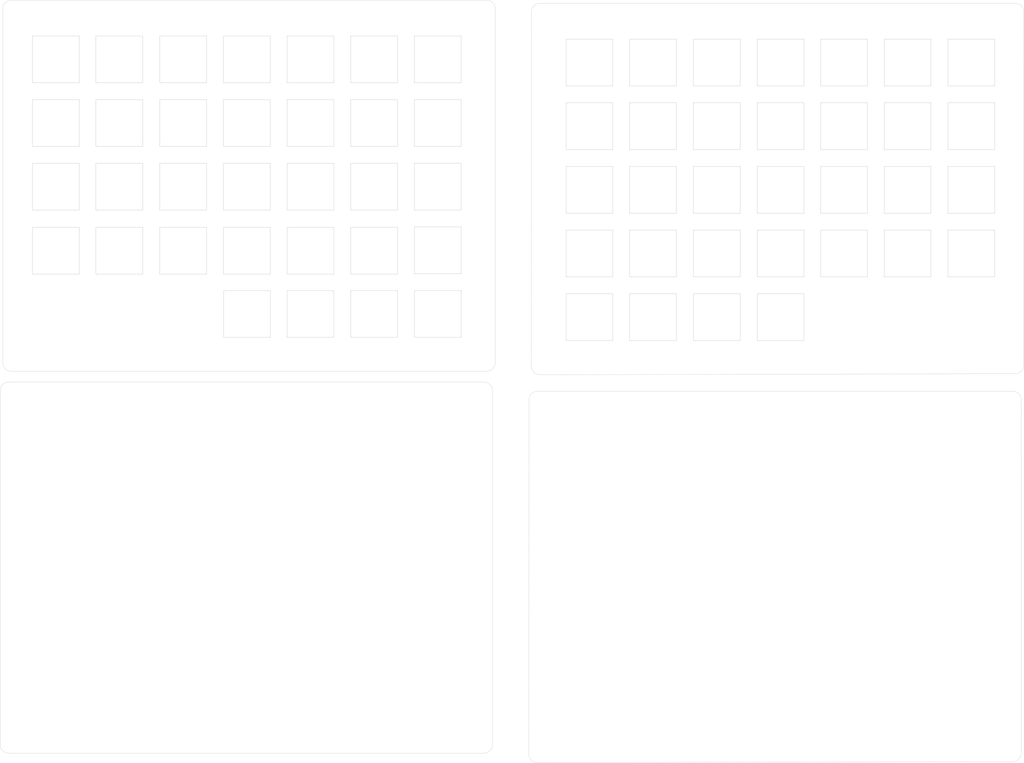
<source format=kicad_pcb>
(kicad_pcb (version 20221018) (generator pcbnew)
  (layers (0 "F.Cu" signal) (31 "B.Cu" signal) (34 "B.Paste" user) (35 "F.Paste" user) (36 "B.SilkS" user "B.Silkscreen") (37 "F.SilkS" user "F.Silkscreen") (38 "B.Mask" user) (39 "F.Mask" user) (44 "Edge.Cuts" user))
  (net 0 "")
  (footprint "keyboard_parts:m3_Screw_Hole" (layer "F.Cu") (at 171.22 239.06)
    (fp_text reference "REF**" hide)
    (fp_text value "m3_Screw_Hole" hide)
    (pad "" np_thru_hole circle (at 0 0) (size 3.6 3.6) (drill 3.6) (layers "*.Cu" "*.Mask"))
  )
  (footprint "foostan:SW_Hole" (layer "F.Cu") (at 301.255003 37.143965)
    (fp_text reference "SW13" hide)
    (fp_text value "SW_Push" hide)
    (fp_line (start -7 -7) (end -7 7) (stroke (width 0.12)) (layer "Edge.Cuts"))
    (fp_line (start -7 7) (end 7 7) (stroke (width 0.12)) (layer "Edge.Cuts"))
    (fp_line (start 7 -7) (end -7 -7) (stroke (width 0.12)) (layer "Edge.Cuts"))
    (fp_line (start 7 7) (end 7 -7) (stroke (width 0.12)) (layer "Edge.Cuts"))
  )
  (footprint "foostan:SW_Hole" (layer "F.Cu") (at 103.505 93.47)
    (fp_text reference "SW46" hide)
    (fp_text value "SW_Push" hide)
    (fp_line (start -7 -7) (end -7 7) (stroke (width 0.12)) (layer "Edge.Cuts"))
    (fp_line (start -7 7) (end 7 7) (stroke (width 0.12)) (layer "Edge.Cuts"))
    (fp_line (start 7 -7) (end -7 -7) (stroke (width 0.12)) (layer "Edge.Cuts"))
    (fp_line (start 7 7) (end 7 -7) (stroke (width 0.12)) (layer "Edge.Cuts"))
  )
  (footprint "keyboard_parts:m3_Screw_Hole" (layer "F.Cu") (at 92.18 239.06)
    (fp_text reference "REF**" hide)
    (fp_text value "m3_Screw_Hole" hide)
    (pad "" np_thru_hole circle (at 0 0) (size 3.6 3.6) (drill 3.6) (layers "*.Cu" "*.Mask"))
  )
  (footprint "keyboard_parts:m3_Screw_Hole" (layer "F.Cu") (at 272.936051 241.8)
    (fp_text reference "REF**" hide)
    (fp_text value "m3_Screw_Hole" hide)
    (pad "" np_thru_hole circle (at 0 0) (size 3.6 3.6) (drill 3.6) (layers "*.Cu" "*.Mask"))
  )
  (footprint "keyboard_parts:m3_Screw_Hole" (layer "F.Cu") (at 36.4 23.86)
    (fp_text reference "REF**" hide)
    (fp_text value "m3_Screw_Hole" hide)
    (pad "" np_thru_hole circle (at 0 0) (size 3.6 3.6) (drill 3.6) (layers "*.Cu" "*.Mask"))
  )
  (footprint "keyboard_parts:m3_Screw_Hole" (layer "F.Cu") (at 171.22 138.16)
    (fp_text reference "REF**" hide)
    (fp_text value "m3_Screw_Hole" hide)
    (pad "" np_thru_hole circle (at 0 0) (size 3.6 3.6) (drill 3.6) (layers "*.Cu" "*.Mask"))
  )
  (footprint "foostan:SW_Hole" (layer "F.Cu") (at 206.055003 37.143965)
    (fp_text reference "SW8" hide)
    (fp_text value "SW_Push" hide)
    (fp_line (start -7 -7) (end -7 7) (stroke (width 0.12)) (layer "Edge.Cuts"))
    (fp_line (start -7 7) (end 7 7) (stroke (width 0.12)) (layer "Edge.Cuts"))
    (fp_line (start 7 -7) (end -7 -7) (stroke (width 0.12)) (layer "Edge.Cuts"))
    (fp_line (start 7 7) (end 7 -7) (stroke (width 0.12)) (layer "Edge.Cuts"))
  )
  (footprint "foostan:SW_Hole" (layer "F.Cu") (at 282.255003 94.293965)
    (fp_text reference "SW54" hide)
    (fp_text value "SW_Push" hide)
    (fp_line (start -7 -7) (end -7 7) (stroke (width 0.12)) (layer "Edge.Cuts"))
    (fp_line (start -7 7) (end 7 7) (stroke (width 0.12)) (layer "Edge.Cuts"))
    (fp_line (start 7 -7) (end -7 -7) (stroke (width 0.12)) (layer "Edge.Cuts"))
    (fp_line (start 7 7) (end 7 -7) (stroke (width 0.12)) (layer "Edge.Cuts"))
  )
  (footprint "keyboard_parts:m3_Screw_Hole" (layer "F.Cu") (at 330.320003 24.803965)
    (fp_text reference "REF**" hide)
    (fp_text value "m3_Screw_Hole" hide)
    (pad "" np_thru_hole circle (at 0 0) (size 3.6 3.6) (drill 3.6) (layers "*.Cu" "*.Mask"))
  )
  (footprint "foostan:SW_Hole" (layer "F.Cu") (at 206.055003 113.343965)
    (fp_text reference "SW61" hide)
    (fp_text value "SW_Push" hide)
    (fp_line (start -7 -7) (end -7 7) (stroke (width 0.12)) (layer "Edge.Cuts"))
    (fp_line (start -7 7) (end 7 7) (stroke (width 0.12)) (layer "Edge.Cuts"))
    (fp_line (start 7 -7) (end -7 -7) (stroke (width 0.12)) (layer "Edge.Cuts"))
    (fp_line (start 7 7) (end 7 -7) (stroke (width 0.12)) (layer "Edge.Cuts"))
  )
  (footprint "foostan:SW_Hole" (layer "F.Cu") (at 282.255003 56.193965)
    (fp_text reference "SW26" hide)
    (fp_text value "SW_Push" hide)
    (fp_line (start -7 -7) (end -7 7) (stroke (width 0.12)) (layer "Edge.Cuts"))
    (fp_line (start -7 7) (end 7 7) (stroke (width 0.12)) (layer "Edge.Cuts"))
    (fp_line (start 7 -7) (end -7 -7) (stroke (width 0.12)) (layer "Edge.Cuts"))
    (fp_line (start 7 7) (end 7 -7) (stroke (width 0.12)) (layer "Edge.Cuts"))
  )
  (footprint "foostan:SW_Hole" (layer "F.Cu") (at 206.055003 56.193965)
    (fp_text reference "SW22" hide)
    (fp_text value "SW_Push" hide)
    (fp_line (start -7 -7) (end -7 7) (stroke (width 0.12)) (layer "Edge.Cuts"))
    (fp_line (start -7 7) (end 7 7) (stroke (width 0.12)) (layer "Edge.Cuts"))
    (fp_line (start 7 -7) (end -7 -7) (stroke (width 0.12)) (layer "Edge.Cuts"))
    (fp_line (start 7 7) (end 7 -7) (stroke (width 0.12)) (layer "Edge.Cuts"))
  )
  (footprint "keyboard_parts:m3_Screw_Hole" (layer "F.Cu") (at 35.6 138.16)
    (fp_text reference "REF**" hide)
    (fp_text value "m3_Screw_Hole" hide)
    (pad "" np_thru_hole circle (at 0 0) (size 3.6 3.6) (drill 3.6) (layers "*.Cu" "*.Mask"))
  )
  (footprint "foostan:SW_Hole" (layer "F.Cu") (at 141.605 74.3)
    (fp_text reference "SW34" hide)
    (fp_text value "SW_Push" hide)
    (fp_line (start -7 -7) (end -7 7) (stroke (width 0.12)) (layer "Edge.Cuts"))
    (fp_line (start -7 7) (end 7 7) (stroke (width 0.12)) (layer "Edge.Cuts"))
    (fp_line (start 7 -7) (end -7 -7) (stroke (width 0.12)) (layer "Edge.Cuts"))
    (fp_line (start 7 7) (end 7 -7) (stroke (width 0.12)) (layer "Edge.Cuts"))
  )
  (footprint "foostan:SW_Hole" (layer "F.Cu") (at 46.355 55.25)
    (fp_text reference "SW15" hide)
    (fp_text value "SW_Push" hide)
    (fp_line (start -7 -7) (end -7 7) (stroke (width 0.12)) (layer "Edge.Cuts"))
    (fp_line (start -7 7) (end 7 7) (stroke (width 0.12)) (layer "Edge.Cuts"))
    (fp_line (start 7 -7) (end -7 -7) (stroke (width 0.12)) (layer "Edge.Cuts"))
    (fp_line (start 7 7) (end 7 -7) (stroke (width 0.12)) (layer "Edge.Cuts"))
  )
  (footprint "foostan:SW_Hole" (layer "F.Cu") (at 225.055003 113.343965)
    (fp_text reference "SW62" hide)
    (fp_text value "SW_Push" hide)
    (fp_line (start -7 -7) (end -7 7) (stroke (width 0.12)) (layer "Edge.Cuts"))
    (fp_line (start -7 7) (end 7 7) (stroke (width 0.12)) (layer "Edge.Cuts"))
    (fp_line (start 7 -7) (end -7 -7) (stroke (width 0.12)) (layer "Edge.Cuts"))
    (fp_line (start 7 7) (end 7 -7) (stroke (width 0.12)) (layer "Edge.Cuts"))
  )
  (footprint "foostan:SW_Hole" (layer "F.Cu") (at 225.055003 56.193965)
    (fp_text reference "SW23" hide)
    (fp_text value "SW_Push" hide)
    (fp_line (start -7 -7) (end -7 7) (stroke (width 0.12)) (layer "Edge.Cuts"))
    (fp_line (start -7 7) (end 7 7) (stroke (width 0.12)) (layer "Edge.Cuts"))
    (fp_line (start 7 -7) (end -7 -7) (stroke (width 0.12)) (layer "Edge.Cuts"))
    (fp_line (start 7 7) (end 7 -7) (stroke (width 0.12)) (layer "Edge.Cuts"))
  )
  (footprint "foostan:SW_Hole" (layer "F.Cu") (at 84.455 93.47)
    (fp_text reference "SW45" hide)
    (fp_text value "SW_Push" hide)
    (fp_line (start -7 -7) (end -7 7) (stroke (width 0.12)) (layer "Edge.Cuts"))
    (fp_line (start -7 7) (end 7 7) (stroke (width 0.12)) (layer "Edge.Cuts"))
    (fp_line (start 7 -7) (end -7 -7) (stroke (width 0.12)) (layer "Edge.Cuts"))
    (fp_line (start 7 7) (end 7 -7) (stroke (width 0.12)) (layer "Edge.Cuts"))
  )
  (footprint "foostan:SW_Hole" (layer "F.Cu") (at 103.565 112.4)
    (fp_text reference "SW57" hide)
    (fp_text value "SW_Push" hide)
    (fp_line (start -7 -7) (end -7 7) (stroke (width 0.12)) (layer "Edge.Cuts"))
    (fp_line (start -7 7) (end 7 7) (stroke (width 0.12)) (layer "Edge.Cuts"))
    (fp_line (start 7 -7) (end -7 -7) (stroke (width 0.12)) (layer "Edge.Cuts"))
    (fp_line (start 7 7) (end 7 -7) (stroke (width 0.12)) (layer "Edge.Cuts"))
  )
  (footprint "foostan:SW_Hole" (layer "F.Cu") (at 46.355 36.2)
    (fp_text reference "SW1" hide)
    (fp_text value "SW_Push" hide)
    (fp_line (start -7 -7) (end -7 7) (stroke (width 0.12)) (layer "Edge.Cuts"))
    (fp_line (start -7 7) (end 7 7) (stroke (width 0.12)) (layer "Edge.Cuts"))
    (fp_line (start 7 -7) (end -7 -7) (stroke (width 0.12)) (layer "Edge.Cuts"))
    (fp_line (start 7 7) (end 7 -7) (stroke (width 0.12)) (layer "Edge.Cuts"))
  )
  (footprint "keyboard_parts:m3_Screw_Hole" (layer "F.Cu") (at 193.996051 241.9)
    (fp_text reference "REF**" hide)
    (fp_text value "m3_Screw_Hole" hide)
    (pad "" np_thru_hole circle (at 0 0) (size 3.6 3.6) (drill 3.6) (layers "*.Cu" "*.Mask"))
  )
  (footprint "foostan:SW_Hole" (layer "F.Cu") (at 282.255003 37.143965)
    (fp_text reference "SW12" hide)
    (fp_text value "SW_Push" hide)
    (fp_line (start -7 -7) (end -7 7) (stroke (width 0.12)) (layer "Edge.Cuts"))
    (fp_line (start -7 7) (end 7 7) (stroke (width 0.12)) (layer "Edge.Cuts"))
    (fp_line (start 7 -7) (end -7 -7) (stroke (width 0.12)) (layer "Edge.Cuts"))
    (fp_line (start 7 7) (end 7 -7) (stroke (width 0.12)) (layer "Edge.Cuts"))
  )
  (footprint "foostan:SW_Hole" (layer "F.Cu") (at 122.555 112.4)
    (fp_text reference "SW58" hide)
    (fp_text value "SW_Push" hide)
    (fp_line (start -7 -7) (end -7 7) (stroke (width 0.12)) (layer "Edge.Cuts"))
    (fp_line (start -7 7) (end 7 7) (stroke (width 0.12)) (layer "Edge.Cuts"))
    (fp_line (start 7 -7) (end -7 -7) (stroke (width 0.12)) (layer "Edge.Cuts"))
    (fp_line (start 7 7) (end 7 -7) (stroke (width 0.12)) (layer "Edge.Cuts"))
  )
  (footprint "foostan:SW_Hole" (layer "F.Cu") (at 65.335 55.25)
    (fp_text reference "SW16" hide)
    (fp_text value "SW_Push" hide)
    (fp_line (start -7 -7) (end -7 7) (stroke (width 0.12)) (layer "Edge.Cuts"))
    (fp_line (start -7 7) (end 7 7) (stroke (width 0.12)) (layer "Edge.Cuts"))
    (fp_line (start 7 -7) (end -7 -7) (stroke (width 0.12)) (layer "Edge.Cuts"))
    (fp_line (start 7 7) (end 7 -7) (stroke (width 0.12)) (layer "Edge.Cuts"))
  )
  (footprint "foostan:SW_Hole" (layer "F.Cu") (at 282.255003 75.243965)
    (fp_text reference "SW40" hide)
    (fp_text value "SW_Push" hide)
    (fp_line (start -7 -7) (end -7 7) (stroke (width 0.12)) (layer "Edge.Cuts"))
    (fp_line (start -7 7) (end 7 7) (stroke (width 0.12)) (layer "Edge.Cuts"))
    (fp_line (start 7 -7) (end -7 -7) (stroke (width 0.12)) (layer "Edge.Cuts"))
    (fp_line (start 7 7) (end 7 -7) (stroke (width 0.12)) (layer "Edge.Cuts"))
  )
  (footprint "foostan:SW_Hole" (layer "F.Cu") (at 122.555 55.25)
    (fp_text reference "SW19" hide)
    (fp_text value "SW_Push" hide)
    (fp_line (start -7 -7) (end -7 7) (stroke (width 0.12)) (layer "Edge.Cuts"))
    (fp_line (start -7 7) (end 7 7) (stroke (width 0.12)) (layer "Edge.Cuts"))
    (fp_line (start 7 -7) (end -7 -7) (stroke (width 0.12)) (layer "Edge.Cuts"))
    (fp_line (start 7 7) (end 7 -7) (stroke (width 0.12)) (layer "Edge.Cuts"))
  )
  (footprint "foostan:SW_Hole" (layer "F.Cu") (at 46.355 93.47)
    (fp_text reference "SW43" hide)
    (fp_text value "SW_Push" hide)
    (fp_line (start -7 -7) (end -7 7) (stroke (width 0.12)) (layer "Edge.Cuts"))
    (fp_line (start -7 7) (end 7 7) (stroke (width 0.12)) (layer "Edge.Cuts"))
    (fp_line (start 7 -7) (end -7 -7) (stroke (width 0.12)) (layer "Edge.Cuts"))
    (fp_line (start 7 7) (end 7 -7) (stroke (width 0.12)) (layer "Edge.Cuts"))
  )
  (footprint "foostan:SW_Hole" (layer "F.Cu") (at 263.255003 94.293965)
    (fp_text reference "SW53" hide)
    (fp_text value "SW_Push" hide)
    (fp_line (start -7 -7) (end -7 7) (stroke (width 0.12)) (layer "Edge.Cuts"))
    (fp_line (start -7 7) (end 7 7) (stroke (width 0.12)) (layer "Edge.Cuts"))
    (fp_line (start 7 -7) (end -7 -7) (stroke (width 0.12)) (layer "Edge.Cuts"))
    (fp_line (start 7 7) (end 7 -7) (stroke (width 0.12)) (layer "Edge.Cuts"))
  )
  (footprint "foostan:SW_Hole" (layer "F.Cu") (at 122.555 93.47)
    (fp_text reference "SW47" hide)
    (fp_text value "SW_Push" hide)
    (fp_line (start -7 -7) (end -7 7) (stroke (width 0.12)) (layer "Edge.Cuts"))
    (fp_line (start -7 7) (end 7 7) (stroke (width 0.12)) (layer "Edge.Cuts"))
    (fp_line (start 7 -7) (end -7 -7) (stroke (width 0.12)) (layer "Edge.Cuts"))
    (fp_line (start 7 7) (end 7 -7) (stroke (width 0.12)) (layer "Edge.Cuts"))
  )
  (footprint "keyboard_parts:m3_Screw_Hole" (layer "F.Cu") (at 55.88 83.92)
    (fp_text reference "REF**" hide)
    (fp_text value "m3_Screw_Hole" hide)
    (pad "" np_thru_hole circle (at 0 0) (size 3.6 3.6) (drill 3.6) (layers "*.Cu" "*.Mask"))
  )
  (footprint "foostan:SW_Hole" (layer "F.Cu") (at 160.655 74.3)
    (fp_text reference "SW35" hide)
    (fp_text value "SW_Push" hide)
    (fp_line (start -7 -7) (end -7 7) (stroke (width 0.12)) (layer "Edge.Cuts"))
    (fp_line (start -7 7) (end 7 7) (stroke (width 0.12)) (layer "Edge.Cuts"))
    (fp_line (start 7 -7) (end -7 -7) (stroke (width 0.12)) (layer "Edge.Cuts"))
    (fp_line (start 7 7) (end 7 -7) (stroke (width 0.12)) (layer "Edge.Cuts"))
  )
  (footprint "foostan:SW_Hole" (layer "F.Cu") (at 320.355003 56.193965)
    (fp_text reference "SW28" hide)
    (fp_text value "SW_Push" hide)
    (fp_line (start -7 -7) (end -7 7) (stroke (width 0.12)) (layer "Edge.Cuts"))
    (fp_line (start -7 7) (end 7 7) (stroke (width 0.12)) (layer "Edge.Cuts"))
    (fp_line (start 7 -7) (end -7 -7) (stroke (width 0.12)) (layer "Edge.Cuts"))
    (fp_line (start 7 7) (end 7 -7) (stroke (width 0.12)) (layer "Edge.Cuts"))
  )
  (footprint "foostan:SW_Hole" (layer "F.Cu") (at 225.055003 94.293965)
    (fp_text reference "SW51" hide)
    (fp_text value "SW_Push" hide)
    (fp_line (start -7 -7) (end -7 7) (stroke (width 0.12)) (layer "Edge.Cuts"))
    (fp_line (start -7 7) (end 7 7) (stroke (width 0.12)) (layer "Edge.Cuts"))
    (fp_line (start 7 -7) (end -7 -7) (stroke (width 0.12)) (layer "Edge.Cuts"))
    (fp_line (start 7 7) (end 7 -7) (stroke (width 0.12)) (layer "Edge.Cuts"))
  )
  (footprint "foostan:SW_Hole" (layer "F.Cu") (at 225.055003 75.243965)
    (fp_text reference "SW37" hide)
    (fp_text value "SW_Push" hide)
    (fp_line (start -7 -7) (end -7 7) (stroke (width 0.12)) (layer "Edge.Cuts"))
    (fp_line (start -7 7) (end 7 7) (stroke (width 0.12)) (layer "Edge.Cuts"))
    (fp_line (start 7 -7) (end -7 -7) (stroke (width 0.12)) (layer "Edge.Cuts"))
    (fp_line (start 7 7) (end 7 -7) (stroke (width 0.12)) (layer "Edge.Cuts"))
  )
  (footprint "keyboard_parts:m3_Screw_Hole" (layer "F.Cu") (at 310.036051 200.86)
    (fp_text reference "REF**" hide)
    (fp_text value "m3_Screw_Hole" hide)
    (pad "" np_thru_hole circle (at 0 0) (size 3.6 3.6) (drill 3.6) (layers "*.Cu" "*.Mask"))
  )
  (footprint "foostan:SW_Hole" (layer "F.Cu") (at 320.355003 94.293965)
    (fp_text reference "SW56" hide)
    (fp_text value "SW_Push" hide)
    (fp_line (start -7 -7) (end -7 7) (stroke (width 0.12)) (layer "Edge.Cuts"))
    (fp_line (start -7 7) (end 7 7) (stroke (width 0.12)) (layer "Edge.Cuts"))
    (fp_line (start 7 -7) (end -7 -7) (stroke (width 0.12)) (layer "Edge.Cuts"))
    (fp_line (start 7 7) (end 7 -7) (stroke (width 0.12)) (layer "Edge.Cuts"))
  )
  (footprint "foostan:SW_Hole" (layer "F.Cu") (at 65.335 74.3)
    (fp_text reference "SW30" hide)
    (fp_text value "SW_Push" hide)
    (fp_line (start -7 -7) (end -7 7) (stroke (width 0.12)) (layer "Edge.Cuts"))
    (fp_line (start -7 7) (end 7 7) (stroke (width 0.12)) (layer "Edge.Cuts"))
    (fp_line (start 7 -7) (end -7 -7) (stroke (width 0.12)) (layer "Edge.Cuts"))
    (fp_line (start 7 7) (end 7 -7) (stroke (width 0.12)) (layer "Edge.Cuts"))
  )
  (footprint "foostan:SW_Hole" (layer "F.Cu") (at 122.555 74.3)
    (fp_text reference "SW33" hide)
    (fp_text value "SW_Push" hide)
    (fp_line (start -7 -7) (end -7 7) (stroke (width 0.12)) (layer "Edge.Cuts"))
    (fp_line (start -7 7) (end 7 7) (stroke (width 0.12)) (layer "Edge.Cuts"))
    (fp_line (start 7 -7) (end -7 -7) (stroke (width 0.12)) (layer "Edge.Cuts"))
    (fp_line (start 7 7) (end 7 -7) (stroke (width 0.12)) (layer "Edge.Cuts"))
  )
  (footprint "foostan:SW_Hole" (layer "F.Cu") (at 225.055003 37.143965)
    (fp_text reference "SW9" hide)
    (fp_text value "SW_Push" hide)
    (fp_line (start -7 -7) (end -7 7) (stroke (width 0.12)) (layer "Edge.Cuts"))
    (fp_line (start -7 7) (end 7 7) (stroke (width 0.12)) (layer "Edge.Cuts"))
    (fp_line (start 7 -7) (end -7 -7) (stroke (width 0.12)) (layer "Edge.Cuts"))
    (fp_line (start 7 7) (end 7 -7) (stroke (width 0.12)) (layer "Edge.Cuts"))
  )
  (footprint "keyboard_parts:m3_Screw_Hole" (layer "F.Cu") (at 194.740003 125.803965)
    (fp_text reference "REF**" hide)
    (fp_text value "m3_Screw_Hole" hide)
    (pad "" np_thru_hole circle (at 0 0) (size 3.6 3.6) (drill 3.6) (layers "*.Cu" "*.Mask"))
  )
  (footprint "foostan:SW_Hole" (layer "F.Cu") (at 301.255003 56.193965)
    (fp_text reference "SW27" hide)
    (fp_text value "SW_Push" hide)
    (fp_line (start -7 -7) (end -7 7) (stroke (width 0.12)) (layer "Edge.Cuts"))
    (fp_line (start -7 7) (end 7 7) (stroke (width 0.12)) (layer "Edge.Cuts"))
    (fp_line (start 7 -7) (end -7 -7) (stroke (width 0.12)) (layer "Edge.Cuts"))
    (fp_line (start 7 7) (end 7 -7) (stroke (width 0.12)) (layer "Edge.Cuts"))
  )
  (footprint "foostan:SW_Hole" (layer "F.Cu") (at 320.355003 37.143965)
    (fp_text reference "SW14" hide)
    (fp_text value "SW_Push" hide)
    (fp_line (start -7 -7) (end -7 7) (stroke (width 0.12)) (layer "Edge.Cuts"))
    (fp_line (start -7 7) (end 7 7) (stroke (width 0.12)) (layer "Edge.Cuts"))
    (fp_line (start 7 -7) (end -7 -7) (stroke (width 0.12)) (layer "Edge.Cuts"))
    (fp_line (start 7 7) (end 7 -7) (stroke (width 0.12)) (layer "Edge.Cuts"))
  )
  (footprint "foostan:SW_Hole" (layer "F.Cu") (at 206.055003 94.293965)
    (fp_text reference "SW50" hide)
    (fp_text value "SW_Push" hide)
    (fp_line (start -7 -7) (end -7 7) (stroke (width 0.12)) (layer "Edge.Cuts"))
    (fp_line (start -7 7) (end 7 7) (stroke (width 0.12)) (layer "Edge.Cuts"))
    (fp_line (start 7 -7) (end -7 -7) (stroke (width 0.12)) (layer "Edge.Cuts"))
    (fp_line (start 7 7) (end 7 -7) (stroke (width 0.12)) (layer "Edge.Cuts"))
  )
  (footprint "foostan:SW_Hole" (layer "F.Cu") (at 244.155003 75.243965)
    (fp_text reference "SW38" hide)
    (fp_text value "SW_Push" hide)
    (fp_line (start -7 -7) (end -7 7) (stroke (width 0.12)) (layer "Edge.Cuts"))
    (fp_line (start -7 7) (end 7 7) (stroke (width 0.12)) (layer "Edge.Cuts"))
    (fp_line (start 7 -7) (end -7 -7) (stroke (width 0.12)) (layer "Edge.Cuts"))
    (fp_line (start 7 7) (end 7 -7) (stroke (width 0.12)) (layer "Edge.Cuts"))
  )
  (footprint "keyboard_parts:m3_Screw_Hole" (layer "F.Cu") (at 194.740003 24.703965)
    (fp_text reference "REF**" hide)
    (fp_text value "m3_Screw_Hole" hide)
    (pad "" np_thru_hole circle (at 0 0) (size 3.6 3.6) (drill 3.6) (layers "*.Cu" "*.Mask"))
  )
  (footprint "keyboard_parts:m3_Screw_Hole" (layer "F.Cu") (at 329.576051 140.9)
    (fp_text reference "REF**" hide)
    (fp_text value "m3_Screw_Hole" hide)
    (pad "" np_thru_hole circle (at 0 0) (size 3.6 3.6) (drill 3.6) (layers "*.Cu" "*.Mask"))
  )
  (footprint "foostan:SW_Hole" (layer "F.Cu") (at 263.255003 37.143965)
    (fp_text reference "SW11" hide)
    (fp_text value "SW_Push" hide)
    (fp_line (start -7 -7) (end -7 7) (stroke (width 0.12)) (layer "Edge.Cuts"))
    (fp_line (start -7 7) (end 7 7) (stroke (width 0.12)) (layer "Edge.Cuts"))
    (fp_line (start 7 -7) (end -7 -7) (stroke (width 0.12)) (layer "Edge.Cuts"))
    (fp_line (start 7 7) (end 7 -7) (stroke (width 0.12)) (layer "Edge.Cuts"))
  )
  (footprint "foostan:SW_Hole" (layer "F.Cu") (at 141.605 36.2)
    (fp_text reference "SW6" hide)
    (fp_text value "SW_Push" hide)
    (fp_line (start -7 -7) (end -7 7) (stroke (width 0.12)) (layer "Edge.Cuts"))
    (fp_line (start -7 7) (end 7 7) (stroke (width 0.12)) (layer "Edge.Cuts"))
    (fp_line (start 7 -7) (end -7 -7) (stroke (width 0.12)) (layer "Edge.Cuts"))
    (fp_line (start 7 7) (end 7 -7) (stroke (width 0.12)) (layer "Edge.Cuts"))
  )
  (footprint "foostan:SW_Hole" (layer "F.Cu") (at 65.335 93.47)
    (fp_text reference "SW44" hide)
    (fp_text value "SW_Push" hide)
    (fp_line (start -7 -7) (end -7 7) (stroke (width 0.12)) (layer "Edge.Cuts"))
    (fp_line (start -7 7) (end 7 7) (stroke (width 0.12)) (layer "Edge.Cuts"))
    (fp_line (start 7 -7) (end -7 -7) (stroke (width 0.12)) (layer "Edge.Cuts"))
    (fp_line (start 7 7) (end 7 -7) (stroke (width 0.12)) (layer "Edge.Cuts"))
  )
  (footprint "foostan:SW_Hole" (layer "F.Cu") (at 244.155003 94.293965)
    (fp_text reference "SW52" hide)
    (fp_text value "SW_Push" hide)
    (fp_line (start -7 -7) (end -7 7) (stroke (width 0.12)) (layer "Edge.Cuts"))
    (fp_line (start -7 7) (end 7 7) (stroke (width 0.12)) (layer "Edge.Cuts"))
    (fp_line (start 7 -7) (end -7 -7) (stroke (width 0.12)) (layer "Edge.Cuts"))
    (fp_line (start 7 7) (end 7 -7) (stroke (width 0.12)) (layer "Edge.Cuts"))
  )
  (footprint "keyboard_parts:m3_Screw_Hole" (layer "F.Cu") (at 92.98 124.76)
    (fp_text reference "REF**" hide)
    (fp_text value "m3_Screw_Hole" hide)
    (pad "" np_thru_hole circle (at 0 0) (size 3.6 3.6) (drill 3.6) (layers "*.Cu" "*.Mask"))
  )
  (footprint "foostan:SW_Hole" (layer "F.Cu") (at 160.655 93.35)
    (fp_text reference "SW49" hide)
    (fp_text value "SW_Push" hide)
    (fp_line (start -7 -7) (end -7 7) (stroke (width 0.12)) (layer "Edge.Cuts"))
    (fp_line (start -7 7) (end 7 7) (stroke (width 0.12)) (layer "Edge.Cuts"))
    (fp_line (start 7 -7) (end -7 -7) (stroke (width 0.12)) (layer "Edge.Cuts"))
    (fp_line (start 7 7) (end 7 -7) (stroke (width 0.12)) (layer "Edge.Cuts"))
  )
  (footprint "foostan:SW_Hole" (layer "F.Cu") (at 160.655 55.25)
    (fp_text reference "SW21" hide)
    (fp_text value "SW_Push" hide)
    (fp_line (start -7 -7) (end -7 7) (stroke (width 0.12)) (layer "Edge.Cuts"))
    (fp_line (start -7 7) (end 7 7) (stroke (width 0.12)) (layer "Edge.Cuts"))
    (fp_line (start 7 -7) (end -7 -7) (stroke (width 0.12)) (layer "Edge.Cuts"))
    (fp_line (start 7 7) (end 7 -7) (stroke (width 0.12)) (layer "Edge.Cuts"))
  )
  (footprint "keyboard_parts:m3_Screw_Hole" (layer "F.Cu") (at 193.996051 140.8)
    (fp_text reference "REF**" hide)
    (fp_text value "m3_Screw_Hole" hide)
    (pad "" np_thru_hole circle (at 0 0) (size 3.6 3.6) (drill 3.6) (layers "*.Cu" "*.Mask"))
  )
  (footprint "foostan:SW_Hole" (layer "F.Cu") (at 46.355 74.3)
    (fp_text reference "SW29" hide)
    (fp_text value "SW_Push" hide)
    (fp_line (start -7 -7) (end -7 7) (stroke (width 0.12)) (layer "Edge.Cuts"))
    (fp_line (start -7 7) (end 7 7) (stroke (width 0.12)) (layer "Edge.Cuts"))
    (fp_line (start 7 -7) (end -7 -7) (stroke (width 0.12)) (layer "Edge.Cuts"))
    (fp_line (start 7 7) (end 7 -7) (stroke (width 0.12)) (layer "Edge.Cuts"))
  )
  (footprint "foostan:SW_Hole" (layer "F.Cu") (at 103.505 36.2)
    (fp_text reference "SW4" hide)
    (fp_text value "SW_Push" hide)
    (fp_line (start -7 -7) (end -7 7) (stroke (width 0.12)) (layer "Edge.Cuts"))
    (fp_line (start -7 7) (end 7 7) (stroke (width 0.12)) (layer "Edge.Cuts"))
    (fp_line (start 7 -7) (end -7 -7) (stroke (width 0.12)) (layer "Edge.Cuts"))
    (fp_line (start 7 7) (end 7 -7) (stroke (width 0.12)) (layer "Edge.Cuts"))
  )
  (footprint "foostan:SW_Hole" (layer "F.Cu") (at 263.255003 75.243965)
    (fp_text reference "SW39" hide)
    (fp_text value "SW_Push" hide)
    (fp_line (start -7 -7) (end -7 7) (stroke (width 0.12)) (layer "Edge.Cuts"))
    (fp_line (start -7 7) (end 7 7) (stroke (width 0.12)) (layer "Edge.Cuts"))
    (fp_line (start 7 -7) (end -7 -7) (stroke (width 0.12)) (layer "Edge.Cuts"))
    (fp_line (start 7 7) (end 7 -7) (stroke (width 0.12)) (layer "Edge.Cuts"))
  )
  (footprint "foostan:SW_Hole" (layer "F.Cu") (at 141.605 112.4)
    (fp_text reference "SW59" hide)
    (fp_text value "SW_Push" hide)
    (fp_line (start -7 -7) (end -7 7) (stroke (width 0.12)) (layer "Edge.Cuts"))
    (fp_line (start -7 7) (end 7 7) (stroke (width 0.12)) (layer "Edge.Cuts"))
    (fp_line (start 7 -7) (end -7 -7) (stroke (width 0.12)) (layer "Edge.Cuts"))
    (fp_line (start 7 7) (end 7 -7) (stroke (width 0.12)) (layer "Edge.Cuts"))
  )
  (footprint "foostan:SW_Hole" (layer "F.Cu") (at 141.605 55.25)
    (fp_text reference "SW20" hide)
    (fp_text value "SW_Push" hide)
    (fp_line (start -7 -7) (end -7 7) (stroke (width 0.12)) (layer "Edge.Cuts"))
    (fp_line (start -7 7) (end 7 7) (stroke (width 0.12)) (layer "Edge.Cuts"))
    (fp_line (start 7 -7) (end -7 -7) (stroke (width 0.12)) (layer "Edge.Cuts"))
    (fp_line (start 7 7) (end 7 -7) (stroke (width 0.12)) (layer "Edge.Cuts"))
  )
  (footprint "foostan:SW_Hole" (layer "F.Cu") (at 103.505 74.3)
    (fp_text reference "SW32" hide)
    (fp_text value "SW_Push" hide)
    (fp_line (start -7 -7) (end -7 7) (stroke (width 0.12)) (layer "Edge.Cuts"))
    (fp_line (start -7 7) (end 7 7) (stroke (width 0.12)) (layer "Edge.Cuts"))
    (fp_line (start 7 -7) (end -7 -7) (stroke (width 0.12)) (layer "Edge.Cuts"))
    (fp_line (start 7 7) (end 7 -7) (stroke (width 0.12)) (layer "Edge.Cuts"))
  )
  (footprint "keyboard_parts:m3_Screw_Hole" (layer "F.Cu") (at 273.680003 125.703965)
    (fp_text reference "REF**" hide)
    (fp_text value "m3_Screw_Hole" hide)
    (pad "" np_thru_hole circle (at 0 0) (size 3.6 3.6) (drill 3.6) (layers "F&B.Cu" "*.Mask"))
  )
  (footprint "foostan:SW_Hole" (layer "F.Cu") (at 301.255003 94.293965)
    (fp_text reference "SW55" hide)
    (fp_text value "SW_Push" hide)
    (fp_line (start -7 -7) (end -7 7) (stroke (width 0.12)) (layer "Edge.Cuts"))
    (fp_line (start -7 7) (end 7 7) (stroke (width 0.12)) (layer "Edge.Cuts"))
    (fp_line (start 7 -7) (end -7 -7) (stroke (width 0.12)) (layer "Edge.Cuts"))
    (fp_line (start 7 7) (end 7 -7) (stroke (width 0.12)) (layer "Edge.Cuts"))
  )
  (footprint "foostan:SW_Hole" (layer "F.Cu") (at 65.335 36.2)
    (fp_text reference "SW2" hide)
    (fp_text value "SW_Push" hide)
    (fp_line (start -7 -7) (end -7 7) (stroke (width 0.12)) (layer "Edge.Cuts"))
    (fp_line (start -7 7) (end 7 7) (stroke (width 0.12)) (layer "Edge.Cuts"))
    (fp_line (start 7 -7) (end -7 -7) (stroke (width 0.12)) (layer "Edge.Cuts"))
    (fp_line (start 7 7) (end 7 -7) (stroke (width 0.12)) (layer "Edge.Cuts"))
  )
  (footprint "foostan:SW_Hole" (layer "F.Cu") (at 84.455 36.2)
    (fp_text reference "SW3" hide)
    (fp_text value "SW_Push" hide)
    (fp_line (start -7 -7) (end -7 7) (stroke (width 0.12)) (layer "Edge.Cuts"))
    (fp_line (start -7 7) (end 7 7) (stroke (width 0.12)) (layer "Edge.Cuts"))
    (fp_line (start 7 -7) (end -7 -7) (stroke (width 0.12)) (layer "Edge.Cuts"))
    (fp_line (start 7 7) (end 7 -7) (stroke (width 0.12)) (layer "Edge.Cuts"))
  )
  (footprint "foostan:SW_Hole" (layer "F.Cu") (at 160.655 36.2)
    (fp_text reference "SW7" hide)
    (fp_text value "SW_Push" hide)
    (fp_line (start -7 -7) (end -7 7) (stroke (width 0.12)) (layer "Edge.Cuts"))
    (fp_line (start -7 7) (end 7 7) (stroke (width 0.12)) (layer "Edge.Cuts"))
    (fp_line (start 7 -7) (end -7 -7) (stroke (width 0.12)) (layer "Edge.Cuts"))
    (fp_line (start 7 7) (end 7 -7) (stroke (width 0.12)) (layer "Edge.Cuts"))
  )
  (footprint "foostan:SW_Hole" (layer "F.Cu") (at 244.155003 56.193965)
    (fp_text reference "SW24" hide)
    (fp_text value "SW_Push" hide)
    (fp_line (start -7 -7) (end -7 7) (stroke (width 0.12)) (layer "Edge.Cuts"))
    (fp_line (start -7 7) (end 7 7) (stroke (width 0.12)) (layer "Edge.Cuts"))
    (fp_line (start 7 -7) (end -7 -7) (stroke (width 0.12)) (layer "Edge.Cuts"))
    (fp_line (start 7 7) (end 7 -7) (stroke (width 0.12)) (layer "Edge.Cuts"))
  )
  (footprint "foostan:SW_Hole" (layer "F.Cu") (at 84.455 55.25)
    (fp_text reference "SW17" hide)
    (fp_text value "SW_Push" hide)
    (fp_line (start -7 -7) (end -7 7) (stroke (width 0.12)) (layer "Edge.Cuts"))
    (fp_line (start -7 7) (end 7 7) (stroke (width 0.12)) (layer "Edge.Cuts"))
    (fp_line (start 7 -7) (end -7 -7) (stroke (width 0.12)) (layer "Edge.Cuts"))
    (fp_line (start 7 7) (end 7 -7) (stroke (width 0.12)) (layer "Edge.Cuts"))
  )
  (footprint "foostan:SW_Hole" (layer "F.Cu") (at 263.255003 56.193965)
    (fp_text reference "SW25" hide)
    (fp_text value "SW_Push" hide)
    (fp_line (start -7 -7) (end -7 7) (stroke (width 0.12)) (layer "Edge.Cuts"))
    (fp_line (start -7 7) (end 7 7) (stroke (width 0.12)) (layer "Edge.Cuts"))
    (fp_line (start 7 -7) (end -7 -7) (stroke (width 0.12)) (layer "Edge.Cuts"))
    (fp_line (start 7 7) (end 7 -7) (stroke (width 0.12)) (layer "Edge.Cuts"))
  )
  (footprint "foostan:SW_Hole" (layer "F.Cu") (at 141.605 93.47)
    (fp_text reference "SW48" hide)
    (fp_text value "SW_Push" hide)
    (fp_line (start -7 -7) (end -7 7) (stroke (width 0.12)) (layer "Edge.Cuts"))
    (fp_line (start -7 7) (end 7 7) (stroke (width 0.12)) (layer "Edge.Cuts"))
    (fp_line (start 7 -7) (end -7 -7) (stroke (width 0.12)) (layer "Edge.Cuts"))
    (fp_line (start 7 7) (end 7 -7) (stroke (width 0.12)) (layer "Edge.Cuts"))
  )
  (footprint "foostan:SW_Hole" (layer "F.Cu") (at 244.155003 37.143965)
    (fp_text reference "SW10" hide)
    (fp_text value "SW_Push" hide)
    (fp_line (start -7 -7) (end -7 7) (stroke (width 0.12)) (layer "Edge.Cuts"))
    (fp_line (start -7 7) (end 7 7) (stroke (width 0.12)) (layer "Edge.Cuts"))
    (fp_line (start 7 -7) (end -7 -7) (stroke (width 0.12)) (layer "Edge.Cuts"))
    (fp_line (start 7 7) (end 7 -7) (stroke (width 0.12)) (layer "Edge.Cuts"))
  )
  (footprint "foostan:SW_Hole" (layer "F.Cu") (at 160.655 112.4)
    (fp_text reference "SW60" hide)
    (fp_text value "SW_Push" hide)
    (fp_line (start -7 -7) (end -7 7) (stroke (width 0.12)) (layer "Edge.Cuts"))
    (fp_line (start -7 7) (end 7 7) (stroke (width 0.12)) (layer "Edge.Cuts"))
    (fp_line (start 7 -7) (end -7 -7) (stroke (width 0.12)) (layer "Edge.Cuts"))
    (fp_line (start 7 7) (end 7 -7) (stroke (width 0.12)) (layer "Edge.Cuts"))
  )
  (footprint "keyboard_parts:m3_Screw_Hole" (layer "F.Cu") (at 55.08 198.22)
    (fp_text reference "REF**" hide)
    (fp_text value "m3_Screw_Hole" hide)
    (pad "" np_thru_hole circle (at 0 0) (size 3.6 3.6) (drill 3.6) (layers "*.Cu" "*.Mask"))
  )
  (footprint "foostan:SW_Hole" (layer "F.Cu") (at 103.505 55.25)
    (fp_text reference "SW18" hide)
    (fp_text value "SW_Push" hide)
    (fp_line (start -7 -7) (end -7 7) (stroke (width 0.12)) (layer "Edge.Cuts"))
    (fp_line (start -7 7) (end 7 7) (stroke (width 0.12)) (layer "Edge.Cuts"))
    (fp_line (start 7 -7) (end -7 -7) (stroke (width 0.12)) (layer "Edge.Cuts"))
    (fp_line (start 7 7) (end 7 -7) (stroke (width 0.12)) (layer "Edge.Cuts"))
  )
  (footprint "keyboard_parts:m3_Screw_Hole" (layer "F.Cu") (at 310.780003 84.763965)
    (fp_text reference "REF**" hide)
    (fp_text value "m3_Screw_Hole" hide)
    (pad "" np_thru_hole circle (at 0 0) (size 3.6 3.6) (drill 3.6) (layers "*.Cu" "*.Mask"))
  )
  (footprint "foostan:SW_Hole" (layer "F.Cu") (at 263.255003 113.343965)
    (fp_text reference "SW64" hide)
    (fp_text value "SW_Push" hide)
    (fp_line (start -7 -7) (end -7 7) (stroke (width 0.12)) (layer "Edge.Cuts"))
    (fp_line (start -7 7) (end 7 7) (stroke (width 0.12)) (layer "Edge.Cuts"))
    (fp_line (start 7 -7) (end -7 -7) (stroke (width 0.12)) (layer "Edge.Cuts"))
    (fp_line (start 7 7) (end 7 -7) (stroke (width 0.12)) (layer "Edge.Cuts"))
  )
  (footprint "foostan:SW_Hole" (layer "F.Cu") (at 301.255003 75.243965)
    (fp_text reference "SW41" hide)
    (fp_text value "SW_Push" hide)
    (fp_line (start -7 -7) (end -7 7) (stroke (width 0.12)) (layer "Edge.Cuts"))
    (fp_line (start -7 7) (end 7 7) (stroke (width 0.12)) (layer "Edge.Cuts"))
    (fp_line (start 7 -7) (end -7 -7) (stroke (width 0.12)) (layer "Edge.Cuts"))
    (fp_line (start 7 7) (end 7 -7) (stroke (width 0.12)) (layer "Edge.Cuts"))
  )
  (footprint "foostan:SW_Hole" (layer "F.Cu") (at 320.355003 75.243965)
    (fp_text reference "SW42" hide)
    (fp_text value "SW_Push" hide)
    (fp_line (start -7 -7) (end -7 7) (stroke (width 0.12)) (layer "Edge.Cuts"))
    (fp_line (start -7 7) (end 7 7) (stroke (width 0.12)) (layer "Edge.Cuts"))
    (fp_line (start 7 -7) (end -7 -7) (stroke (width 0.12)) (layer "Edge.Cuts"))
    (fp_line (start 7 7) (end 7 -7) (stroke (width 0.12)) (layer "Edge.Cuts"))
  )
  (footprint "keyboard_parts:m3_Screw_Hole" (layer "F.Cu") (at 172.02 124.76)
    (fp_text reference "REF**" hide)
    (fp_text value "m3_Screw_Hole" hide)
    (pad "" np_thru_hole circle (at 0 0) (size 3.6 3.6) (drill 3.6) (layers "*.Cu" "*.Mask"))
  )
  (footprint "foostan:SW_Hole" (layer "F.Cu") (at 84.455 74.3)
    (fp_text reference "SW31" hide)
    (fp_text value "SW_Push" hide)
    (fp_line (start -7 -7) (end -7 7) (stroke (width 0.12)) (layer "Edge.Cuts"))
    (fp_line (start -7 7) (end 7 7) (stroke (width 0.12)) (layer "Edge.Cuts"))
    (fp_line (start 7 -7) (end -7 -7) (stroke (width 0.12)) (layer "Edge.Cuts"))
    (fp_line (start 7 7) (end 7 -7) (stroke (width 0.12)) (layer "Edge.Cuts"))
  )
  (footprint "keyboard_parts:m3_Screw_Hole" (layer "F.Cu") (at 172.02 23.86)
    (fp_text reference "REF**" hide)
    (fp_text value "m3_Screw_Hole" hide)
    (pad "" np_thru_hole circle (at 0 0) (size 3.6 3.6) (drill 3.6) (layers "*.Cu" "*.Mask"))
  )
  (footprint "foostan:SW_Hole" (layer "F.Cu") (at 206.055003 75.243965)
    (fp_text reference "SW36" hide)
    (fp_text value "SW_Push" hide)
    (fp_line (start -7 -7) (end -7 7) (stroke (width 0.12)) (layer "Edge.Cuts"))
    (fp_line (start -7 7) (end 7 7) (stroke (width 0.12)) (layer "Edge.Cuts"))
    (fp_line (start 7 -7) (end -7 -7) (stroke (width 0.12)) (layer "Edge.Cuts"))
    (fp_line (start 7 7) (end 7 -7) (stroke (width 0.12)) (layer "Edge.Cuts"))
  )
  (footprint "foostan:SW_Hole" (layer "F.Cu") (at 122.555 36.2)
    (fp_text reference "SW5" hide)
    (fp_text value "SW_Push" hide)
    (fp_line (start -7 -7) (end -7 7) (stroke (width 0.12)) (layer "Edge.Cuts"))
    (fp_line (start -7 7) (end 7 7) (stroke (width 0.12)) (layer "Edge.Cuts"))
    (fp_line (start 7 -7) (end -7 -7) (stroke (width 0.12)) (layer "Edge.Cuts"))
    (fp_line (start 7 7) (end 7 -7) (stroke (width 0.12)) (layer "Edge.Cuts"))
  )
  (footprint "foostan:SW_Hole" (layer "F.Cu") (at 244.155003 113.343965)
    (fp_text reference "SW63" hide)
    (fp_text value "SW_Push" hide)
    (fp_line (start -7 -7) (end -7 7) (stroke (width 0.12)) (layer "Edge.Cuts"))
    (fp_line (start -7 7) (end 7 7) (stroke (width 0.12)) (layer "Edge.Cuts"))
    (fp_line (start 7 -7) (end -7 -7) (stroke (width 0.12)) (layer "Edge.Cuts"))
    (fp_line (start 7 7) (end 7 -7) (stroke (width 0.12)) (layer "Edge.Cuts"))
  )
  (gr_arc (start 177.843949 127) (mid 177.100003 128.796069) (end 175.303949 129.54) (stroke (width 0.1)) (layer "Edge.Cuts"))
  (gr_line (start 33.02 129.54) (end 175.303949 129.54) (stroke (width 0.1)) (layer "Edge.Cuts"))
  (gr_line (start 191.200003 130.583965) (end 333.483952 130.283965) (stroke (width 0.1)) (layer "Edge.Cuts"))
  (gr_arc (start 29.68 135.32) (mid 30.423949 133.523949) (end 32.22 132.78) (stroke (width 0.1)) (layer "Edge.Cuts"))
  (gr_line (start 335.318025 138.06) (end 335.28 243.84) (stroke (width 0.1)) (layer "Edge.Cuts"))
  (gr_arc (start 187.954076 138.056) (mid 188.698026 136.259958) (end 190.494076 135.516) (stroke (width 0.1)) (layer "Edge.Cuts"))
  (gr_line (start 32.22 243.84) (end 174.503949 243.84) (stroke (width 0.1)) (layer "Edge.Cuts"))
  (gr_arc (start 333.521977 19.423965) (mid 335.318042 20.167906) (end 336.061977 21.963965) (stroke (width 0.1)) (layer "Edge.Cuts"))
  (gr_line (start 190.456051 246.68) (end 332.74 246.38) (stroke (width 0.1)) (layer "Edge.Cuts"))
  (gr_arc (start 332.778025 135.52) (mid 334.574093 136.26394) (end 335.318025 138.06) (stroke (width 0.1)) (layer "Edge.Cuts"))
  (gr_arc (start 190.456051 246.68) (mid 188.66 245.936051) (end 187.916051 244.14) (stroke (width 0.1)) (layer "Edge.Cuts"))
  (gr_arc (start 335.28 243.84) (mid 334.536054 245.636069) (end 332.74 246.38) (stroke (width 0.1)) (layer "Edge.Cuts"))
  (gr_line (start 336.061977 21.963965) (end 336.023952 127.743965) (stroke (width 0.1)) (layer "Edge.Cuts"))
  (gr_arc (start 32.22 243.84) (mid 30.423949 243.096051) (end 29.68 241.3) (stroke (width 0.1)) (layer "Edge.Cuts"))
  (gr_line (start 190.494076 135.516) (end 332.778025 135.52) (stroke (width 0.1)) (layer "Edge.Cuts"))
  (gr_arc (start 30.48 21.02) (mid 31.223949 19.223949) (end 33.02 18.48) (stroke (width 0.1)) (layer "Edge.Cuts"))
  (gr_arc (start 191.200003 130.583965) (mid 189.403949 129.840018) (end 188.660003 128.043965) (stroke (width 0.1)) (layer "Edge.Cuts"))
  (gr_arc (start 33.02 129.54) (mid 31.223949 128.796051) (end 30.48 127) (stroke (width 0.1)) (layer "Edge.Cuts"))
  (gr_arc (start 336.023952 127.743965) (mid 335.28 129.54) (end 333.483952 130.283965) (stroke (width 0.1)) (layer "Edge.Cuts"))
  (gr_arc (start 174.503949 132.776051) (mid 176.299986 133.520014) (end 177.043949 135.316051) (stroke (width 0.1)) (layer "Edge.Cuts"))
  (gr_arc (start 177.043949 241.3) (mid 176.299997 243.096033) (end 174.503949 243.84) (stroke (width 0.1)) (layer "Edge.Cuts"))
  (gr_line (start 191.238028 19.419965) (end 333.521977 19.423965) (stroke (width 0.1)) (layer "Edge.Cuts"))
  (gr_line (start 188.660003 128.043965) (end 188.698028 21.959965) (stroke (width 0.1)) (layer "Edge.Cuts"))
  (gr_line (start 177.843949 21.016051) (end 177.843949 127) (stroke (width 0.1)) (layer "Edge.Cuts"))
  (gr_line (start 177.043949 135.316051) (end 177.043949 241.3) (stroke (width 0.1)) (layer "Edge.Cuts"))
  (gr_arc (start 175.303949 18.476051) (mid 177.099986 19.220014) (end 177.843949 21.016051) (stroke (width 0.1)) (layer "Edge.Cuts"))
  (gr_line (start 32.22 132.78) (end 174.503949 132.776051) (stroke (width 0.1)) (layer "Edge.Cuts"))
  (gr_line (start 29.68 135.32) (end 29.68 241.3) (stroke (width 0.1)) (layer "Edge.Cuts"))
  (gr_line (start 30.48 21.02) (end 30.48 127) (stroke (width 0.1)) (layer "Edge.Cuts"))
  (gr_arc (start 188.698028 21.959965) (mid 189.441979 20.163924) (end 191.238028 19.419965) (stroke (width 0.1)) (layer "Edge.Cuts"))
  (gr_line (start 187.916051 244.14) (end 187.954076 138.056) (stroke (width 0.1)) (layer "Edge.Cuts"))
  (gr_line (start 33.02 18.48) (end 175.303949 18.476051) (stroke (width 0.1)) (layer "Edge.Cuts"))
)
</source>
